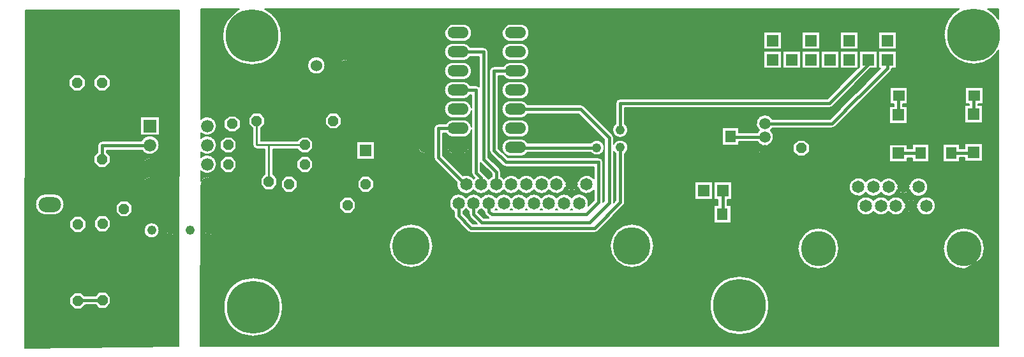
<source format=gbr>
G04 EasyPC Gerber Version 21.0.3 Build 4286 *
G04 #@! TF.Part,Single*
G04 #@! TF.FileFunction,Copper,L2,Bot *
G04 #@! TF.FilePolarity,Positive *
%FSLAX35Y35*%
%MOIN*%
G04 #@! TA.AperFunction,ComponentPad*
%AMT78*0 Octagon Pad at angle 0*4,1,8,-0.01077,-0.02600,0.01077,-0.02600,0.02600,-0.01077,0.02600,0.01077,0.01077,0.02600,-0.01077,0.02600,-0.02600,0.01077,-0.02600,-0.01077,-0.01077,-0.02600,0*%
%ADD78T78*%
G04 #@! TA.AperFunction,SMDPad*
%ADD76R,0.05500X0.06000*%
G04 #@! TA.AperFunction,WasherPad*
%ADD26R,0.06000X0.06000*%
G04 #@! TA.AperFunction,ComponentPad*
%ADD80R,0.06600X0.06600*%
G04 #@! TD.AperFunction*
%ADD24C,0.00001*%
%ADD17C,0.00500*%
%ADD18C,0.01000*%
%ADD84C,0.01500*%
G04 #@! TA.AperFunction,ComponentPad*
%ADD79C,0.04764*%
G04 #@! TA.AperFunction,ViaPad*
%ADD85C,0.04800*%
G04 #@! TA.AperFunction,ComponentPad*
%ADD77C,0.05945*%
G04 #@! TA.AperFunction,WasherPad*
%ADD28C,0.06000*%
G04 #@! TA.AperFunction,ComponentPad*
%ADD72C,0.06496*%
%ADD81C,0.06600*%
%ADD73C,0.18307*%
%ADD74C,0.19685*%
G04 #@! TA.AperFunction,WasherPad*
%ADD25C,0.27559*%
%ADD27O,0.11000X0.06000*%
%ADD29O,0.11811X0.07874*%
G04 #@! TA.AperFunction,SMDPad*
%ADD75R,0.06000X0.05500*%
X0Y0D02*
D02*
D17*
X12750Y181352D02*
X12258Y4778D01*
X92474Y5663*
X92967Y181352*
X12750*
X27219Y85461D02*
G75*
G02Y74331J-5565D01*
G01*
X23281*
G75*
G02Y85461J5565*
G01*
X27219*
Y99608D02*
G75*
G02X31406Y95421J-4187D01*
G01*
G75*
G02X27219Y91234I-4187*
G01*
X23281*
G75*
G02X19094Y95421J4187*
G01*
G75*
G02X23281Y99608I4187*
G01*
X27219*
X41370Y147608D02*
X43848Y145130D01*
Y141630*
X41370Y139152*
X37870*
X35392Y141630*
Y145130*
X37870Y147608*
X41370*
X54559Y33986D02*
X57037Y31508D01*
Y28007*
X54559Y25530*
X51059*
X49209Y27380*
X43811*
X41666Y25235*
X38165*
X35687Y27712*
Y31213*
X38165Y33691*
X41666*
X43220Y32136*
X49209*
X51059Y33986*
X54559*
X41666Y73691D02*
X44143Y71213D01*
Y67712*
X41666Y65235*
X38165*
X35687Y67712*
Y71213*
X38165Y73691*
X41666*
X40800Y106230D02*
X42470Y104559D01*
Y102200*
X40800Y100530*
X38441*
X36770Y102200*
Y104559*
X38441Y106230*
X40800*
X73058Y112963D02*
G75*
G02X82461Y110900I4475J-2063D01*
G01*
G75*
G02X73406Y108207I-4928*
G01*
X54990*
Y106980*
X56840Y105130*
Y101630*
X54363Y99152*
X50862*
X48384Y101630*
Y105130*
X50234Y106980*
Y110585*
G75*
G02X52612Y112963I2378*
G01*
X73058*
X73983Y90900D02*
G75*
G02X81083I3550D01*
G01*
G75*
G02X73983I-3550*
G01*
X74449Y66313D02*
G75*
G02X82469I4010D01*
G01*
G75*
G02X74449I-4010*
G01*
X73983Y100900D02*
G75*
G02X81083I3550D01*
G01*
G75*
G02X73983I-3550*
G01*
X65780Y81781D02*
X68257Y79304D01*
Y75803*
X65780Y73325*
X62279*
X59802Y75803*
Y79304*
X62279Y81781*
X65780*
X65209Y100403D02*
X66880Y98733D01*
Y96374*
X65209Y94703*
X62850*
X61180Y96374*
Y98733*
X62850Y100403*
X65209*
X54559Y73986D02*
X57037Y71508D01*
Y68007*
X54559Y65530*
X51059*
X48581Y68007*
Y71508*
X51059Y73986*
X54559*
X54363Y147608D02*
X56840Y145130D01*
Y141630*
X54363Y139152*
X50862*
X48384Y141630*
Y145130*
X50862Y147608*
X54363*
X72604Y125829D02*
X82463D01*
Y115970*
X72604*
Y125829*
X88459Y68945D02*
G75*
G02Y63681J-2632D01*
G01*
G75*
G02X85827Y66313J2632*
G01*
G75*
G02X88459Y68945I2632*
G01*
X92541Y29610D02*
G36*
X57037D01*
Y28007*
X54559Y25530*
X51059*
X49209Y27380*
X43811*
X41666Y25235*
X38165*
X35687Y27712*
Y29610*
X12508*
Y5028*
X34897*
X92474Y5663*
X92541Y29610*
G37*
X92644Y66313D02*
G36*
X91091D01*
G75*
G02X88459Y63681I-2632*
G01*
G75*
G02X85827Y66313J2632*
G01*
X82469*
G75*
G02X74449I-4010*
G01*
X55343*
X54559Y65530*
X51059*
X50276Y66313*
X42744*
X41666Y65235*
X38165*
X37087Y66313*
X12508*
Y29610*
X35687*
Y31213*
X38165Y33691*
X41666*
X43220Y32136*
X49209*
X51059Y33986*
X54559*
X57037Y31508*
Y29610*
X92541*
X92644Y66313*
G37*
X35687Y69463D02*
G36*
X12508D01*
Y66313*
X37087*
X35687Y67712*
Y69463*
G37*
X48581D02*
G36*
X44143D01*
Y67712*
X42744Y66313*
X50276*
X48581Y68007*
Y69463*
G37*
X74449Y66313D02*
G36*
G75*
G02X75977Y69463I4010J0D01*
G01*
X57037*
Y68007*
X55343Y66313*
X74449*
G37*
X92653Y69463D02*
G36*
X80941D01*
G75*
G02X82469Y66313I-2482J-3149*
G01*
X85827*
G75*
G02X88459Y68945I2632*
G01*
G75*
G02X91091Y66313J-2632*
G01*
X92644*
X92653Y69463*
G37*
X92682Y79896D02*
G36*
X67665D01*
X68257Y79304*
Y75803*
X65780Y73325*
X62279*
X59802Y75803*
Y79304*
X60394Y79896*
X32783*
G75*
G02X27219Y74331I-5565*
G01*
X23281*
G75*
G02X17717Y79896J5565*
G01*
X12508*
Y69463*
X35687*
Y71213*
X38165Y73691*
X41666*
X44143Y71213*
Y69463*
X48581*
Y71508*
X51059Y73986*
X54559*
X57037Y71508*
Y69463*
X75977*
G75*
G02X80941I2482J-3150*
G01*
X92653*
X92682Y79896*
G37*
X92713Y90900D02*
G36*
X81083D01*
G75*
G02X73983I-3550*
G01*
X12508*
Y79896*
X17717*
G75*
G02X23281Y85461I5565*
G01*
X27219*
G75*
G02X32783Y79896J-5565*
G01*
X60394*
X62279Y81781*
X65780*
X67665Y79896*
X92682*
X92713Y90900*
G37*
X92717Y92102D02*
G36*
Y95421D01*
X65927*
X65209Y94703*
X62850*
X62132Y95421*
X31406*
G75*
G02X27219Y91234I-4187*
G01*
X23281*
G75*
G02X19094Y95421J4187*
G01*
X12511*
X12508Y94478*
Y90900*
X73983*
G75*
G02X81083I3550*
G01*
X92713*
X92717Y92102*
G37*
X56840Y103380D02*
G36*
Y101630D01*
X54363Y99152*
X50862*
X48384Y101630*
Y103380*
X42470*
Y102200*
X40800Y100530*
X38441*
X36770Y102200*
Y103380*
X12533*
X12511Y95421*
X19094*
G75*
G02X23281Y99608I4187*
G01*
X27219*
G75*
G02X31406Y95421J-4187*
G01*
X62132*
X61180Y96374*
Y98733*
X62850Y100403*
X65209*
X66880Y98733*
Y96374*
X65927Y95421*
X92717*
Y103380*
X80073*
G75*
G02X81083Y100900I-2540J-2480*
G01*
G75*
G02X73983I-3550*
G01*
G75*
G02X74994Y103380I3550*
G01*
X56840*
G37*
X82463Y120900D02*
G36*
Y115970D01*
X72604*
Y120900*
X12581*
X12533Y103380*
X36770*
Y104559*
X38441Y106230*
X40800*
X42470Y104559*
Y103380*
X48384*
Y105130*
X50234Y106980*
Y110585*
G75*
G02X52612Y112963I2378*
G01*
X73058*
G75*
G02X82461Y110900I4475J-2063*
G01*
G75*
G02X73406Y108207I-4928*
G01*
X54990*
Y106980*
X56840Y105130*
Y103380*
X74994*
G75*
G02X80073I2540J-2480*
G01*
X92717*
Y120900*
X82463*
G37*
X56840Y143380D02*
G36*
Y141630D01*
X54363Y139152*
X50862*
X48384Y141630*
Y143380*
X43848*
Y141630*
X41370Y139152*
X37870*
X35392Y141630*
Y143380*
X12644*
X12581Y120900*
X72604*
Y125829*
X82463*
Y120900*
X92717*
Y143380*
X56840*
G37*
X12749Y181102D02*
G36*
X12644Y143380D01*
X35392*
Y145130*
X37870Y147608*
X41370*
X43848Y145130*
Y143380*
X48384*
Y145130*
X50862Y147608*
X54363*
X56840Y145130*
Y143380*
X92717*
Y181102*
X12749*
G37*
X230679Y117222D02*
Y105369D01*
X241143Y94906*
G75*
G02X246707Y93186I1627J-4596*
G01*
G75*
G02X247287Y93846I3937J-2878*
G01*
X246305Y94828*
G75*
G02X245608Y96510I1681J1681*
G01*
G75*
G02Y96511I740J0*
G01*
G75*
G02Y96513I854J2*
G01*
Y118761*
G75*
G02X241057Y114972I-4551J839*
G01*
X236057*
G75*
G02X232087Y117222J4628*
G01*
X230679*
X241057Y112850D02*
G75*
G02X244307Y109600J-3250D01*
G01*
G75*
G02X241057Y106350I-3250*
G01*
X236057*
G75*
G02X232807Y109600J3250*
G01*
G75*
G02X236057Y112850I3250*
G01*
X241057*
X245608Y109600D02*
G36*
X244307D01*
G75*
G02X241057Y106350I-3250*
G01*
X236057*
G75*
G02X232807Y109600J3250*
G01*
X230929*
Y105119*
X241143Y94906*
G75*
G02X246511Y93436I1628J-4596*
G01*
X246902*
G75*
G02X247037Y93591I3750J-3137*
G01*
Y94096*
X246305Y94828*
G75*
G02X245608Y96510I1683J1682*
G01*
Y96511*
Y96513*
Y109600*
G37*
Y118511D02*
G36*
X245555D01*
G75*
G02X241057Y114972I-4498J1089*
G01*
X236057*
G75*
G02X232087Y117222J4628*
G01*
X230929*
Y109600*
X232807*
G75*
G02X236057Y112850I3250*
G01*
X241057*
G75*
G02X244307Y109600J-3250*
G01*
X245608*
Y118511*
G37*
X241211Y76210D02*
Y74956D01*
X246412Y69754*
X248446*
X245028Y73172*
G75*
G02X244329Y74856I1679J1684*
G01*
Y76210*
G75*
G02X242770Y77590I2378J4257*
G01*
G75*
G02X241211Y76210I-3937J2877*
G01*
G36*
Y74956*
X246412Y69754*
X248446*
X245028Y73172*
G75*
G02X244329Y74856I1679J1684*
G01*
Y76210*
G75*
G02X242770Y77590I2378J4257*
G01*
G75*
G02X241211Y76210I-3937J2877*
G01*
G37*
X249085D02*
Y75841D01*
X252022Y72904*
X254552*
G75*
G02X254474Y72978I1603J1757*
G01*
X252899Y74553*
G75*
G02X252203Y76210I1682J1682*
G01*
G75*
G02X250644Y77590I2377J4257*
G01*
G75*
G02X249085Y76210I-3937J2877*
G01*
G36*
Y75841*
X252022Y72904*
X254552*
G75*
G02X254474Y72978I1603J1757*
G01*
X252899Y74553*
G75*
G02X252203Y76210I1682J1682*
G01*
G75*
G02X250644Y77590I2377J4257*
G01*
G75*
G02X249085Y76210I-3937J2877*
G01*
G37*
X250364Y101694D02*
Y97495D01*
X252325Y95534*
G75*
G02X252888Y94638I-1681J-1681*
G01*
G75*
G02X254581Y93186I-2244J-4329*
G01*
G75*
G02X256140Y94566I3937J-2877*
G01*
Y95919*
X250364Y101694*
G36*
Y97495*
X252325Y95534*
G75*
G02X252888Y94638I-1681J-1681*
G01*
G75*
G02X254581Y93186I-2244J-4329*
G01*
G75*
G02X256140Y94566I3937J-2877*
G01*
Y95919*
X250364Y101694*
G37*
X258518Y77590D02*
G75*
G02X258047Y77037I-3936J2876D01*
G01*
X258988*
G75*
G02X258518Y77590I3466J3429*
G01*
G36*
G75*
G02X258047Y77037I-3936J2876*
G01*
X258988*
G75*
G02X258518Y77590I3466J3429*
G01*
G37*
X266392D02*
G75*
G02X265921Y77037I-3936J2876D01*
G01*
X266862*
G75*
G02X266392Y77590I3466J3429*
G01*
G36*
G75*
G02X265921Y77037I-3936J2876*
G01*
X266862*
G75*
G02X266392Y77590I3466J3429*
G01*
G37*
X274266D02*
G75*
G02X273795Y77037I-3936J2876D01*
G01*
X274736*
G75*
G02X274266Y77590I3466J3429*
G01*
G36*
G75*
G02X273795Y77037I-3936J2876*
G01*
X274736*
G75*
G02X274266Y77590I3466J3429*
G01*
G37*
X282140D02*
G75*
G02X281669Y77037I-3936J2876D01*
G01*
X282610*
G75*
G02X282140Y77590I3466J3429*
G01*
G36*
G75*
G02X281669Y77037I-3936J2876*
G01*
X282610*
G75*
G02X282140Y77590I3466J3429*
G01*
G37*
X290014D02*
G75*
G02X289543Y77037I-3936J2876D01*
G01*
X290484*
G75*
G02X290014Y77590I3466J3429*
G01*
G36*
G75*
G02X289543Y77037I-3936J2876*
G01*
X290484*
G75*
G02X290014Y77590I3466J3429*
G01*
G37*
X297888D02*
G75*
G02X297417Y77037I-3936J2876D01*
G01*
X298358*
G75*
G02X297888Y77590I3466J3429*
G01*
G36*
G75*
G02X297417Y77037I-3936J2876*
G01*
X298358*
G75*
G02X297888Y77590I3466J3429*
G01*
G37*
X319852Y80860D02*
G75*
G02X319852Y80793I-2384J-6D01*
G01*
X321002Y81944*
Y106349*
G75*
G02X319852Y107656I2378J3251*
G01*
Y80860*
G36*
G75*
G02X319852Y80793I-2384J-6*
G01*
X321002Y81944*
Y106349*
G75*
G02X319852Y107656I2378J3251*
G01*
Y80860*
G37*
X520919Y160431D02*
G75*
G02X492421Y168557I-13091J8126D01*
G01*
G75*
G02X500374Y182041I15407*
G01*
X137652*
G75*
G02X146366Y168163I-6693J-13878*
G01*
G75*
G02X115551I-15407*
G01*
G75*
G02X124266Y182041I15407*
G01*
X104285*
X104189Y124519*
G75*
G02X112461Y120900I3344J-3619*
G01*
G75*
G02X104177Y117291I-4928*
G01*
X104172Y114503*
G75*
G02X112461Y110900I3361J-3604*
G01*
G75*
G02X104160Y107307I-4928*
G01*
X104156Y104488*
G75*
G02X112461Y100900I3378J-3588*
G01*
G75*
G02X104143Y97323I-4928*
G01*
X104134Y91924*
G75*
G02X111083Y90900I3399J-1024*
G01*
G75*
G02X104131Y89887I-3550*
G01*
X103990Y5860*
X520919*
Y160431*
X493215Y119024D02*
X499215D01*
Y112524*
X493215*
Y119024*
X495945Y139766D02*
X502445D01*
Y133766*
X495945*
Y139766*
X503567Y141144D02*
X512823D01*
Y132388*
X510404*
Y131610*
X512654*
Y122354*
X503398*
Y131610*
X505648*
Y132388*
X503567*
Y141144*
X504776Y120232D02*
X511276D01*
Y113732*
X504776*
Y120232*
X159894Y152514D02*
G75*
G02X169150I4628D01*
G01*
G75*
G02X159894I-4628*
G01*
X175150Y127706D02*
X177628Y125229D01*
Y121728*
X175150Y119250*
X171649*
X169172Y121728*
Y125229*
X171649Y127706*
X175150*
X182611Y83671D02*
X185088Y81193D01*
Y77693*
X182611Y75215*
X179110*
X176632Y77693*
Y81193*
X179110Y83671*
X182611*
X182040Y62293D02*
X183710Y60622D01*
Y58263*
X182040Y56593*
X179681*
X178010Y58263*
Y60622*
X179681Y62293*
X182040*
X179522Y155764D02*
G75*
G02X182772Y152514J-3250D01*
G01*
G75*
G02X179522Y149264I-3250*
G01*
G75*
G02X176272Y152514J3250*
G01*
G75*
G02X179522Y155764I3250*
G01*
X185701Y112732D02*
X194957D01*
Y103476*
X185701*
Y112732*
X192079Y94635D02*
X194557Y92158D01*
Y88657*
X192079Y86180*
X188578*
X186101Y88657*
Y92158*
X188578Y94635*
X192079*
X187079Y121354D02*
X193579D01*
Y114854*
X187079*
Y121354*
X214030Y69693D02*
G75*
G02X225500Y58222J-11470D01*
G01*
G75*
G02X214030Y46752I-11470*
G01*
G75*
G02X202559Y58222J11470*
G01*
G75*
G02X214030Y69693I11470*
G01*
X217866Y109600D02*
G75*
G02X224366I3250D01*
G01*
G75*
G02X217866I-3250*
G01*
X319852Y111545D02*
G75*
G02X327408Y109600I3528J-1944D01*
G01*
G75*
G02X325758Y106349I-4028*
G01*
Y80959*
G75*
G02X325059Y79275I-2378J0*
G01*
X311481Y65697*
G75*
G02X309797Y64998I-1684J1679*
G01*
X245427*
G75*
G02X243743Y65697I0J2378*
G01*
X237154Y72287*
G75*
G02X236455Y73970I1679J1684*
G01*
Y76210*
G75*
G02X238833Y85343I2378J4257*
G01*
G75*
G02X242770Y83343J-4876*
G01*
G75*
G02X250644I3937J-2877*
G01*
G75*
G02X258518I3937J-2877*
G01*
G75*
G02X266392I3937J-2877*
G01*
G75*
G02X274266I3937J-2877*
G01*
G75*
G02X282140I3937J-2877*
G01*
G75*
G02X290014I3937J-2877*
G01*
G75*
G02X297888I3937J-2877*
G01*
G75*
G02X306489Y79045I3937J-2877*
G01*
X309585Y82141*
Y87282*
G75*
G02X301092Y88906I-3823J3027*
G01*
G75*
G02X294683I-3204J1403*
G01*
G75*
G02X286077Y87432I-4670J1403*
G01*
G75*
G02X278203I-3937J2877*
G01*
G75*
G02X270329I-3937J2877*
G01*
G75*
G02X262455I-3937J2877*
G01*
G75*
G02X254581I-3937J2877*
G01*
G75*
G02X246707I-3937J2877*
G01*
G75*
G02X238000Y91322I-3937J2877*
G01*
X226620Y102702*
G75*
G02X225923Y104384I1681J1681*
G01*
G75*
G02Y104385I740J0*
G01*
G75*
G02Y104387I854J2*
G01*
Y119600*
G75*
G02X228301Y121978I2378*
G01*
X232087*
G75*
G02X236057Y124228I3970J-2378*
G01*
X241057*
G75*
G02X245608Y120440J-4628*
G01*
Y128761*
G75*
G02X241057Y124972I-4551J839*
G01*
X236057*
G75*
G02X231429Y129600J4628*
G01*
G75*
G02X236057Y134228I4628*
G01*
X241057*
G75*
G02X245608Y130440J-4628*
G01*
Y137222*
X245028*
G75*
G02X241057Y134972I-3970J2378*
G01*
X236057*
G75*
G02X231429Y139600J4628*
G01*
G75*
G02X236057Y144228I4628*
G01*
X241057*
G75*
G02X245028Y141978J-4628*
G01*
X247986*
G75*
G02X249545Y141396J-2378*
G01*
Y157222*
X245028*
G75*
G02X241057Y154972I-3970J2378*
G01*
X236057*
G75*
G02X231429Y159600J4628*
G01*
G75*
G02X236057Y164228I4628*
G01*
X241057*
G75*
G02X245028Y161978J-4628*
G01*
X251923*
G75*
G02X254301Y159600J-2378*
G01*
Y104483*
X260196Y98587*
G75*
G02X260896Y96904I-1679J-1684*
G01*
Y94566*
G75*
G02X262455Y93186I-2378J-4257*
G01*
G75*
G02X270329I3937J-2877*
G01*
G75*
G02X278203I3937J-2877*
G01*
G75*
G02X286077I3937J-2877*
G01*
G75*
G02X294683Y91712I3937J-2877*
G01*
G75*
G02X301092I3204J-1403*
G01*
G75*
G02X309585Y93336I4670J-1403*
G01*
Y99545*
X263541*
G75*
G02X261856Y100242I-4J2378*
G01*
X255655Y106443*
G75*
G02X254959Y108124I1681J1681*
G01*
G75*
G02Y108125I740J0*
G01*
G75*
G02Y108128I854J2*
G01*
Y149600*
G75*
G02X257337Y151978I2378*
G01*
X262087*
G75*
G02X266057Y154228I3970J-2378*
G01*
X271057*
G75*
G02X275685Y149600J-4628*
G01*
G75*
G02X271057Y144972I-4628*
G01*
X266057*
G75*
G02X262087Y147222J4628*
G01*
X259715*
Y109109*
X264522Y104301*
X311963*
G75*
G02X314341Y101923J-2378*
G01*
Y81159*
G75*
G02Y81156I-854J-1*
G01*
G75*
G02X314340Y81088I-2384J-7*
G01*
X315096Y81845*
Y109244*
G75*
G02X307870Y107065I-4020J258*
G01*
X274929*
G75*
G02X271057Y104972I-3872J2535*
G01*
X266057*
G75*
G02X261429Y109600J4628*
G01*
G75*
G02X266057Y114228I4628*
G01*
X271057*
G75*
G02X274929Y112136J-4628*
G01*
X308029*
G75*
G02X315096Y109760I3048J-2634*
G01*
Y113832*
X301706Y127222*
X275028*
G75*
G02X271057Y124972I-3970J2378*
G01*
X266057*
G75*
G02X261429Y129600J4628*
G01*
G75*
G02X266057Y134228I4628*
G01*
X271057*
G75*
G02X275028Y131978J-4628*
G01*
X302691*
G75*
G02X304375Y131279I0J-2378*
G01*
X319153Y116501*
G75*
G02X319852Y114817I-1679J-1684*
G01*
Y111545*
X271057Y124228D02*
G75*
G02Y114972J-4628D01*
G01*
X266057*
G75*
G02X261429Y119600J4628*
G01*
G75*
G02X266057Y124228I4628*
G01*
X271057*
Y144228D02*
G75*
G02Y134972J-4628D01*
G01*
X266057*
G75*
G02X261429Y139600J4628*
G01*
G75*
G02X266057Y144228I4628*
G01*
X271057*
X329384Y69693D02*
G75*
G02X340854Y58222J-11470D01*
G01*
G75*
G02X329384Y46752I-11470*
G01*
G75*
G02X317913Y58222J11470*
G01*
G75*
G02X329384Y69693I11470*
G01*
X241057Y154228D02*
G75*
G02X245685Y149600J-4628D01*
G01*
G75*
G02X241057Y144972I-4628*
G01*
X236057*
G75*
G02X231429Y149600J4628*
G01*
G75*
G02X236057Y154228I4628*
G01*
X241057*
Y174228D02*
G75*
G02Y164972J-4628D01*
G01*
X236057*
G75*
G02X231429Y169600J4628*
G01*
G75*
G02X236057Y174228I4628*
G01*
X241057*
X271057Y164228D02*
G75*
G02X275685Y159600J-4628D01*
G01*
G75*
G02X271057Y154972I-4628*
G01*
X266057*
G75*
G02X261429Y159600J4628*
G01*
G75*
G02X266057Y164228I4628*
G01*
X271057*
Y174228D02*
G75*
G02Y164972J-4628D01*
G01*
X266057*
G75*
G02X261429Y169600J4628*
G01*
G75*
G02X266057Y174228I4628*
G01*
X271057*
X448260Y160173D02*
X457516D01*
Y150917*
X454083*
X434215Y131049*
G75*
G02X432530Y130352I-1681J1681*
G01*
X325659*
Y122104*
G75*
G02X327309Y118852I-2378J-3251*
G01*
G75*
G02X319254I-4028*
G01*
G75*
G02X320904Y122104I4028*
G01*
Y132730*
G75*
G02X323281Y135108I2378*
G01*
X431548*
X447357Y150917*
X438260*
Y160173*
X447516*
Y151076*
X448260Y151820*
Y160173*
X362236Y91689D02*
X371492D01*
Y82433*
X362236*
Y91689*
X370177Y27022D02*
G75*
G02X400992I15407D01*
G01*
G75*
G02X370177I-15407*
G01*
X372236Y91689D02*
X381492D01*
Y82433*
X379262*
Y79457*
X381104*
Y70201*
X372348*
Y79457*
X374191*
Y82433*
X372236*
Y91689*
X373726Y69079D02*
X379726D01*
Y62579*
X373726*
Y69079*
X458260Y160173D02*
X467516D01*
Y150917*
X465260*
G75*
G02X464567Y149393I-2372J159*
G01*
X449473Y134300*
G75*
G02X448806Y133828I-1685J1679*
G01*
X435494Y120517*
G75*
G02X433809Y119821I-1681J1681*
G01*
X402810*
G75*
G02X401806Y118656I-3939J2379*
G01*
G75*
G02X400497Y110808I-2934J-3543*
G01*
G75*
G02X398872Y104803I-1625J-2783*
G01*
G75*
G02X397247Y110808J3222*
G01*
G75*
G02X394934Y112734I1625J4304*
G01*
X385238*
Y110850*
X376482*
Y120106*
X385238*
Y117490*
X394934*
G75*
G02X395938Y118656I3939J-2379*
G01*
G75*
G02X398872Y126799I2934J3543*
G01*
G75*
G02X402810Y124577J-4600*
G01*
X432828*
X445911Y137660*
G75*
G02X446576Y138128I1682J-1682*
G01*
X459365Y150917*
X458260*
Y160173*
X475892Y111303D02*
X484648D01*
Y102047*
X475892*
Y104140*
X473185*
Y101961*
X463929*
Y111217*
X473185*
Y109211*
X475892*
Y111303*
X464154Y141144D02*
X473409D01*
Y132388*
X470935*
Y131217*
X473185*
Y121961*
X463929*
Y131217*
X466179*
Y132388*
X464154*
Y141144*
X465307Y119839D02*
X471807D01*
Y113339*
X465307*
Y119839*
X474517Y90334D02*
G75*
G02X484063Y88931I4670J-1403D01*
G01*
G75*
G02X474517Y87528I-4876*
G01*
G75*
G02X468109I-3204J1403*
G01*
G75*
G02X459502Y86054I-4670J1403*
G01*
G75*
G02X451628I-3937J2877*
G01*
G75*
G02X442815Y88931I-3937J2877*
G01*
G75*
G02X451628Y91808I4876*
G01*
G75*
G02X459502I3937J-2877*
G01*
G75*
G02X468109Y90334I3937J-2877*
G01*
G75*
G02X474517I3204J-1403*
G01*
X478454Y80492D02*
G75*
G02X488000Y79089I4670J-1403D01*
G01*
G75*
G02X478454Y77685I-4876*
G01*
G75*
G02X472046I-3204J1403*
G01*
G75*
G02X463439Y76212I-4670J1403*
G01*
G75*
G02X455565I-3937J2877*
G01*
G75*
G02X446752Y79089I-3937J2877*
G01*
G75*
G02X455565Y81965I4876*
G01*
G75*
G02X463439I3937J-2877*
G01*
G75*
G02X472046Y80492I3937J-2877*
G01*
G75*
G02X478454I3204J-1403*
G01*
X419717Y113494D02*
X422194Y111016D01*
Y107515*
X419717Y105038*
X416216*
X413739Y107515*
Y111016*
X416216Y113494*
X419717*
X419146Y92116D02*
X420817Y90445D01*
Y88086*
X419146Y86416*
X416787*
X415117Y88086*
Y90445*
X416787Y92116*
X419146*
X426825Y67626D02*
G75*
G02X437606Y56844J-10781D01*
G01*
G75*
G02X426825Y46063I-10781*
G01*
G75*
G02X416043Y56844J10781*
G01*
G75*
G02X426825Y67626I10781*
G01*
X377860Y109728D02*
X383860D01*
Y103228*
X377860*
Y109728*
X398260Y160173D02*
X407516D01*
Y150917*
X398260*
Y160173*
Y170173D02*
X407516D01*
Y160917*
X398260*
Y170173*
X408260Y160173D02*
X417516D01*
Y150917*
X408260*
Y160173*
X409638Y168795D02*
X416138D01*
Y162295*
X409638*
Y168795*
X418260Y160173D02*
X427516D01*
Y150917*
X418260*
Y160173*
Y170173D02*
X427516D01*
Y160917*
X418260*
Y170173*
X428260Y160173D02*
X437516D01*
Y150917*
X428260*
Y160173*
X429638Y168795D02*
X436138D01*
Y162295*
X429638*
Y168795*
X438260Y170173D02*
X447516D01*
Y160917*
X438260*
Y170173*
X449638Y168795D02*
X456138D01*
Y162295*
X449638*
Y168795*
X458260Y170173D02*
X467516D01*
Y160917*
X458260*
Y170173*
X474531Y139766D02*
X481031D01*
Y133766*
X474531*
Y139766*
X477270Y118925D02*
X483270D01*
Y112425*
X477270*
Y118925*
X476724Y174069D02*
G75*
G02X483224I3250D01*
G01*
G75*
G02X476724I-3250*
G01*
X503398Y111610D02*
X512654D01*
Y102354*
X503398*
Y104396*
X500593*
Y102146*
X491837*
Y111402*
X500593*
Y109152*
X503398*
Y111610*
X502809Y67626D02*
G75*
G02X513591Y56844J-10781D01*
G01*
G75*
G02X502809Y46063I-10781*
G01*
G75*
G02X492028Y56844J10781*
G01*
G75*
G02X502809Y67626I10781*
G01*
X122374Y126171D02*
X124852Y123693D01*
Y120193*
X122374Y117715*
X118874*
X116396Y120193*
Y123693*
X118874Y126171*
X122374*
X121804Y144793D02*
X123474Y143122D01*
Y140763*
X121804Y139093*
X119444*
X117774Y140763*
Y143122*
X119444Y144793*
X121804*
X160288Y115206D02*
X162765Y112729D01*
Y109228*
X160288Y106750*
X156787*
X154687Y108850*
X141846*
Y95656*
X143946Y93556*
Y90055*
X141469Y87577*
X137968*
X135491Y90055*
Y93556*
X137591Y95656*
Y108850*
X133400*
G75*
G02X131272Y110978J2128*
G01*
Y119628*
X129172Y121728*
Y125229*
X131649Y127706*
X135150*
X137628Y125229*
Y121728*
X135528Y119628*
Y113106*
X154687*
X156787Y115206*
X160288*
X152079Y94635D02*
X154557Y92158D01*
Y88657*
X152079Y86180*
X148578*
X146101Y88657*
Y92158*
X148578Y94635*
X152079*
X160288Y104970D02*
X162765Y102493D01*
Y98992*
X160288Y96514*
X156787*
X154309Y98992*
Y102493*
X156787Y104970*
X160288*
X140898Y54655D02*
X142569Y52985D01*
Y50626*
X140898Y48955*
X138539*
X136869Y50626*
Y52985*
X138539Y54655*
X140898*
X120288Y104970D02*
X122765Y102493D01*
Y98992*
X120288Y96514*
X116787*
X114309Y98992*
Y102493*
X116787Y104970*
X120288*
X116142Y26234D02*
G75*
G02X146957I15407D01*
G01*
G75*
G02X116142I-15407*
G01*
X120288Y115206D02*
X122765Y112729D01*
Y109228*
X120288Y106750*
X116787*
X114309Y109228*
Y112729*
X116787Y115206*
X120288*
X108459Y68945D02*
G75*
G02Y63681J-2632D01*
G01*
G75*
G02X105827Y66313J2632*
G01*
G75*
G02X108459Y68945I2632*
G01*
X104240Y27022D02*
G36*
Y6110D01*
X520669*
Y27022*
X400992*
G75*
G02X370177I-15407*
G01*
X146937*
G75*
G02X146957Y26234I-15389J-786*
G01*
G75*
G02X116142I-15407*
G01*
G75*
G02X116162Y27022I15409J1*
G01*
X104240*
G37*
X512340Y51805D02*
G36*
G75*
G02X502809Y46063I-9531J5039D01*
G01*
G75*
G02X493278Y51805I0J10781*
G01*
X436356*
G75*
G02X426825Y46063I-9531J5039*
G01*
G75*
G02X417294Y51805I0J10781*
G01*
X338891*
G75*
G02X329384Y46752I-9507J6417*
G01*
G75*
G02X319876Y51805I0J11470*
G01*
X223537*
G75*
G02X214030Y46752I-9507J6417*
G01*
G75*
G02X204522Y51805I0J11470*
G01*
X142569*
Y50626*
X140898Y48955*
X138539*
X136869Y50626*
Y51805*
X104240*
Y27022*
X116162*
G75*
G02X146937I15387J-787*
G01*
X370177*
G75*
G02X400992I15407*
G01*
X520669*
Y51805*
X512340*
G37*
X202624Y59443D02*
G36*
X183710D01*
Y58263*
X182040Y56593*
X179681*
X178010Y58263*
Y59443*
X104240*
Y51805*
X136869*
Y52985*
X138539Y54655*
X140898*
X142569Y52985*
Y51805*
X204522*
G75*
G02X202559Y58222I9507J6417*
G01*
G75*
G02Y58223I22557J1*
G01*
G75*
G02X202624Y59443I11469J1*
G01*
G37*
X317978D02*
G36*
X225435D01*
G75*
G02X225500Y58223I-11404J-1219*
G01*
G75*
G02Y58222I-22557J0*
G01*
G75*
G02X223537Y51805I-11470J0*
G01*
X319876*
G75*
G02X317913Y58222I9507J6417*
G01*
G75*
G02Y58223I22557J1*
G01*
G75*
G02X317978Y59443I11469J1*
G01*
G37*
X416361D02*
G36*
X340789D01*
G75*
G02X340854Y58223I-11404J-1219*
G01*
G75*
G02Y58222I-22557J0*
G01*
G75*
G02X338891Y51805I-11470J0*
G01*
X417294*
G75*
G02X416043Y56844I9531J5040*
G01*
G75*
G02X416361Y59443I10782J0*
G01*
G37*
X492345D02*
G36*
X437289D01*
G75*
G02X437606Y56844I-10465J-2598*
G01*
G75*
G02X436356Y51805I-10782J0*
G01*
X493278*
G75*
G02X492028Y56844I9531J5040*
G01*
G75*
G02X492345Y59443I10782J0*
G01*
G37*
X513273D02*
G36*
G75*
G02X513591Y56844I-10465J-2598D01*
G01*
G75*
G02X512340Y51805I-10782J0*
G01*
X520669*
Y59443*
X513273*
G37*
X202624D02*
G36*
G75*
G02X205443Y65829I11405J-1220D01*
G01*
X111046*
G75*
G02X108459Y63681I-2587J484*
G01*
G75*
G02X105872Y65829J2632*
G01*
X104240*
Y59443*
X178010*
Y60622*
X179681Y62293*
X182040*
X183710Y60622*
Y59443*
X202624*
G37*
X317978D02*
G36*
G75*
G02X320798Y65829I11405J-1220D01*
G01*
X311613*
X311481Y65697*
G75*
G02X309797Y64998I-1684J1679*
G01*
X245427*
G75*
G02X243743Y65697I1J2380*
G01*
X243612Y65829*
X222616*
G75*
G02X225435Y59443I-8586J-7606*
G01*
X317978*
G37*
X416361D02*
G36*
G75*
G02X420865Y65829I10464J-2598D01*
G01*
X379726*
Y62579*
X373726*
Y65829*
X337970*
G75*
G02X340789Y59443I-8586J-7606*
G01*
X416361*
G37*
X492345D02*
G36*
G75*
G02X496849Y65829I10464J-2598D01*
G01*
X432785*
G75*
G02X437289Y59443I-5960J-8984*
G01*
X492345*
G37*
X513273D02*
G36*
X520669D01*
Y65829*
X508769*
G75*
G02X513273Y59443I-5960J-8984*
G01*
G37*
X243612Y65829D02*
G36*
X237154Y72287D01*
G75*
G02X236455Y73970I1679J1684*
G01*
Y76210*
G75*
G02X234065Y79443I2378J4257*
G01*
X185088*
Y77693*
X182611Y75215*
X179110*
X176632Y77693*
Y79443*
X104240*
Y65829*
X105872*
G75*
G02X105827Y66313I2587J484*
G01*
G75*
G02X108459Y68945I2632*
G01*
G75*
G02X111091Y66313J-2632*
G01*
G75*
G02X111046Y65829I-2632J0*
G01*
X205443*
G75*
G02X214030Y69693I8585J-7606*
G01*
G75*
G02X222616Y65829I1J-11470*
G01*
X243612*
G37*
X306887Y79443D02*
G36*
X306592D01*
G75*
G02X306489Y79045I-4769J1023*
G01*
X306887Y79443*
G37*
X381104D02*
G36*
Y70201D01*
X372348*
Y79443*
X325212*
G75*
G02X325059Y79275I-1834J1517*
G01*
X311613Y65829*
X320798*
G75*
G02X329384Y69693I8585J-7606*
G01*
G75*
G02X337970Y65829I1J-11470*
G01*
X373726*
Y69079*
X379726*
Y65829*
X420865*
G75*
G02X426825Y67626I5960J-8985*
G01*
G75*
G02X432785Y65829J-10782*
G01*
X496849*
G75*
G02X502809Y67626I5960J-8985*
G01*
G75*
G02X508769Y65829J-10782*
G01*
X520669*
Y79443*
X487987*
G75*
G02X488000Y79089I-4863J-356*
G01*
G75*
G02X478454Y77685I-4876*
G01*
G75*
G02X472046I-3204J1403*
G01*
G75*
G02X463439Y76212I-4670J1404*
G01*
G75*
G02X455565I-3937J2877*
G01*
G75*
G02X446752Y79089I-3937J2877*
G01*
G75*
G02X446765Y79443I4879J-2*
G01*
X381104*
G37*
X306887D02*
G36*
X309585Y82141D01*
Y87282*
G75*
G02X301092Y88906I-3823J3027*
G01*
G75*
G02X294683I-3204J1403*
G01*
G75*
G02X286077Y87432I-4670J1404*
G01*
G75*
G02X278203I-3937J2877*
G01*
G75*
G02X270329I-3937J2877*
G01*
G75*
G02X262455I-3937J2877*
G01*
G75*
G02X254581I-3937J2877*
G01*
G75*
G02X246707I-3937J2877*
G01*
G75*
G02X237894Y90310I-3937J2878*
G01*
G75*
G02X237895Y90407I4869J-10*
G01*
X194557*
Y88657*
X192079Y86180*
X188578*
X186101Y88657*
Y90407*
X154557*
Y88657*
X152079Y86180*
X148578*
X146101Y88657*
Y90407*
X143946*
Y90055*
X141469Y87577*
X137968*
X135491Y90055*
Y90407*
X111049*
G75*
G02X104240Y89574I-3516J492*
G01*
Y79443*
X176632*
Y81193*
X179110Y83671*
X182611*
X185088Y81193*
Y79443*
X234065*
G75*
G02X233957Y80467I4767J1024*
G01*
G75*
G02X238833Y85343I4876*
G01*
G75*
G02X242770Y83343I0J-4875*
G01*
G75*
G02X250644I3937J-2877*
G01*
G75*
G02X258518I3937J-2877*
G01*
G75*
G02X266392I3937J-2877*
G01*
G75*
G02X274266I3937J-2877*
G01*
G75*
G02X282140I3937J-2877*
G01*
G75*
G02X290014I3937J-2877*
G01*
G75*
G02X297888I3937J-2877*
G01*
G75*
G02X306701Y80466I3937J-2877*
G01*
G75*
G02X306592Y79443I-4876J0*
G01*
X306887*
G37*
X315096Y90407D02*
G36*
X314341D01*
Y81159*
Y81156*
Y81156*
G75*
G02Y81139I-1433J-8*
G01*
G75*
G02X314340Y81088I-1432J-3*
G01*
X315096Y81845*
Y90407*
G37*
X372236D02*
G36*
X371492D01*
Y82433*
X362236*
Y90407*
X325758*
Y80959*
G75*
G02X325212Y79443I-2380J1*
G01*
X372348*
Y79457*
X374191*
Y82433*
X372236*
Y90407*
G37*
X483834D02*
G36*
G75*
G02X484063Y88931I-4647J-1476D01*
G01*
G75*
G02X474517Y87528I-4876*
G01*
G75*
G02X468109I-3204J1403*
G01*
G75*
G02X459502Y86054I-4670J1404*
G01*
G75*
G02X451628I-3937J2877*
G01*
G75*
G02X442815Y88931I-3937J2877*
G01*
G75*
G02X443044Y90407I4876J0*
G01*
X420817*
Y88086*
X419146Y86416*
X416787*
X415117Y88086*
Y90407*
X381492*
Y82433*
X379262*
Y79457*
X381104*
Y79443*
X446765*
G75*
G02X455565Y81965I4863J-354*
G01*
G75*
G02X463439I3937J-2877*
G01*
G75*
G02X472046Y80492I3937J-2877*
G01*
G75*
G02X478454I3204J-1403*
G01*
G75*
G02X487987Y79443I4670J-1403*
G01*
X520669*
Y90407*
X483834*
G37*
X468142D02*
G36*
X468086D01*
G75*
G02X468109Y90334I-4650J-1465*
G01*
G75*
G02X468142Y90407I3205J-1403*
G01*
G37*
X474540D02*
G36*
X474484D01*
G75*
G02X474517Y90334I-3172J-1476*
G01*
G75*
G02X474540Y90407I4673J-1392*
G01*
G37*
X135491D02*
G36*
Y93556D01*
X137591Y95656*
Y100742*
X122765*
Y98992*
X120288Y96514*
X116787*
X114309Y98992*
Y100742*
X112459*
G75*
G02X104240Y97233I-4926J158*
G01*
Y92225*
G75*
G02X111083Y90900I3293J-1326*
G01*
G75*
G02X111049Y90407I-3552*
G01*
X135491*
G37*
X237895D02*
G36*
G75*
G02X238000Y91322I4875J-97D01*
G01*
X228580Y100742*
X162765*
Y98992*
X160288Y96514*
X156787*
X154309Y98992*
Y100742*
X141846*
Y95656*
X143946Y93556*
Y90407*
X146101*
Y92158*
X148578Y94635*
X152079*
X154557Y92158*
Y90407*
X186101*
Y92158*
X188578Y94635*
X192079*
X194557Y92158*
Y90407*
X237895*
G37*
X261356Y100742D02*
G36*
X258042D01*
X260196Y98587*
G75*
G02X260896Y96904I-1679J-1684*
G01*
Y94566*
G75*
G02X262455Y93186I-2382J-4262*
G01*
G75*
G02X270329I3937J-2877*
G01*
G75*
G02X278203I3937J-2877*
G01*
G75*
G02X286077I3937J-2877*
G01*
G75*
G02X294683Y91712I3937J-2877*
G01*
G75*
G02X301092I3204J-1403*
G01*
G75*
G02X309585Y93336I4670J-1403*
G01*
Y99545*
X263541*
G75*
G02X261856Y100242I-4J2378*
G01*
X261356Y100742*
G37*
X315096D02*
G36*
X314341D01*
Y90407*
X315096*
Y100742*
G37*
X381492Y90407D02*
G36*
X415117D01*
Y90445*
X416787Y92116*
X419146*
X420817Y90445*
Y90407*
X443044*
G75*
G02X451628Y91808I4647J-1476*
G01*
G75*
G02X459502I3937J-2877*
G01*
G75*
G02X468086Y90407I3937J-2877*
G01*
X468142*
G75*
G02X474484I3171J-1476*
G01*
X474540*
G75*
G02X483834I4647J-1477*
G01*
X520669*
Y100742*
X325758*
Y90407*
X362236*
Y91689*
X371492*
Y90407*
X372236*
Y91689*
X381492*
Y90407*
G37*
X137591Y108104D02*
G36*
X121642D01*
X120288Y106750*
X116787*
X115433Y108104*
X111592*
G75*
G02X104240Y107234I-4058J2796*
G01*
Y104566*
G75*
G02X112461Y100900I3293J-3666*
G01*
G75*
G02X112459Y100742I-4929J-5*
G01*
X114309*
Y102493*
X116787Y104970*
X120288*
X122765Y102493*
Y100742*
X137591*
Y108104*
G37*
X228580Y100742D02*
G36*
X226620Y102702D01*
G75*
G02X225923Y104384I1683J1682*
G01*
Y104385*
Y104387*
Y108104*
X224001*
G75*
G02X218231I-2885J1496*
G01*
X194957*
Y103476*
X185701*
Y108104*
X161642*
X160288Y106750*
X156787*
X155433Y108104*
X141846*
Y100742*
X154309*
Y102493*
X156787Y104970*
X160288*
X162765Y102493*
Y100742*
X228580*
G37*
X261356D02*
G36*
X255655Y106443D01*
G75*
G02X254959Y108104I1683J1682*
G01*
X254301*
Y104483*
X258042Y100742*
X261356*
G37*
X315096Y108104D02*
G36*
X314854D01*
G75*
G02X307870Y107065I-3778J1398*
G01*
X274929*
G75*
G02X271057Y104972I-3872J2536*
G01*
X266057*
G75*
G02X261678Y108104J4628*
G01*
X260719*
X264522Y104301*
X311963*
G75*
G02X314341Y101923J-2378*
G01*
Y100742*
X315096*
Y108104*
G37*
X512654D02*
G36*
Y102354D01*
X503398*
Y104396*
X500593*
Y102146*
X491837*
Y108104*
X484648*
Y102047*
X475892*
Y104140*
X473185*
Y101961*
X463929*
Y108104*
X422194*
Y107515*
X419717Y105038*
X416216*
X413739Y107515*
Y108104*
X402094*
G75*
G02X402094Y108026I-3217J-72*
G01*
G75*
G02X398872Y104803I-3222*
G01*
G75*
G02X395650Y108026J3222*
G01*
G75*
G02X395650Y108104I3218J7*
G01*
X383860*
Y103228*
X377860*
Y108104*
X327120*
G75*
G02X325758Y106349I-3741J1497*
G01*
Y100742*
X520669*
Y108104*
X512654*
G37*
X137591D02*
G36*
Y108850D01*
X133400*
G75*
G02X131272Y110978J2128*
G01*
Y115774*
X108260*
G75*
G02X112461Y110900I-726J-4874*
G01*
G75*
G02X111592Y108104I-4928J0*
G01*
X115433*
X114309Y109228*
Y112729*
X116787Y115206*
X120288*
X122765Y112729*
Y109228*
X121642Y108104*
X137591*
G37*
X106807Y115774D02*
G36*
X104240D01*
Y114565*
G75*
G02X106807Y115774I3294J-3666*
G01*
G37*
X225923D02*
G36*
X193579D01*
Y114854*
X187079*
Y115774*
X135528*
Y113106*
X154687*
X156787Y115206*
X160288*
X162765Y112729*
Y109228*
X161642Y108104*
X185701*
Y112732*
X194957*
Y108104*
X218231*
G75*
G02X217866Y109600I2885J1496*
G01*
G75*
G02X224366I3250*
G01*
G75*
G02X224001Y108104I-3250J0*
G01*
X225923*
Y115774*
G37*
X155433Y108104D02*
G36*
X154687Y108850D01*
X141846*
Y108104*
X155433*
G37*
X313155Y115774D02*
G36*
X273660D01*
G75*
G02X271057Y114972I-2603J3827*
G01*
X266057*
G75*
G02X263454Y115774J4628*
G01*
X259715*
Y109109*
X260719Y108104*
X261678*
G75*
G02X261429Y109600I4380J1496*
G01*
G75*
G02X266057Y114228I4628*
G01*
X271057*
G75*
G02X274929Y112136I0J-4629*
G01*
X308029*
G75*
G02X315096Y109760I3048J-2634*
G01*
Y113832*
X313155Y115774*
G37*
X254959Y108104D02*
G36*
G75*
G02Y108124I2385J10D01*
G01*
Y108125*
Y108128*
Y115774*
X254301*
Y108104*
X254959*
G37*
X315096D02*
G36*
Y109244D01*
G75*
G02X314854Y108104I-4020J258*
G01*
X315096*
G37*
X376482Y115774D02*
G36*
X325879D01*
G75*
G02X320684I-2597J3079*
G01*
X319651*
G75*
G02X319852Y114817I-2177J-957*
G01*
Y111545*
G75*
G02X327408Y109600I3528J-1944*
G01*
G75*
G02X327120Y108104I-4030J0*
G01*
X377860*
Y109728*
X383860*
Y108104*
X395650*
G75*
G02X397247Y110808I3222J-79*
G01*
G75*
G02X394934Y112734I1627J4306*
G01*
X385238*
Y110850*
X376482*
Y115774*
G37*
X511276D02*
G36*
Y113732D01*
X504776*
Y115774*
X499215*
Y112524*
X493215*
Y115774*
X483270*
Y112425*
X477270*
Y115774*
X471807*
Y113339*
X465307*
Y115774*
X403425*
G75*
G02X403472Y115112I-4552J-660*
G01*
G75*
G02X400497Y110808I-4600*
G01*
G75*
G02X402094Y108104I-1625J-2783*
G01*
X413739*
Y111016*
X416216Y113494*
X419717*
X422194Y111016*
Y108104*
X463929*
Y111217*
X473185*
Y109211*
X475892*
Y111303*
X484648*
Y108104*
X491837*
Y111402*
X500593*
Y109152*
X503398*
Y111610*
X512654*
Y108104*
X520669*
Y115774*
X511276*
G37*
X129172Y123478D02*
G36*
X124852D01*
Y120193*
X122374Y117715*
X118874*
X116396Y120193*
Y123478*
X111733*
G75*
G02X112461Y120900I-4199J-2578*
G01*
Y120900*
G75*
G02X104240Y117233I-4928*
G01*
Y115774*
X106807*
G75*
G02X108260I726J-4874*
G01*
X131272*
Y119628*
X129172Y121728*
Y123478*
G37*
X225923Y115774D02*
G36*
Y119600D01*
G75*
G02X228301Y121978I2378*
G01*
X232087*
G75*
G02X233531Y123478I3970J-2378*
G01*
X177628*
Y121728*
X175150Y119250*
X171649*
X169172Y121728*
Y123478*
X137628*
Y121728*
X135528Y119628*
Y115774*
X187079*
Y121354*
X193579*
Y115774*
X225923*
G37*
X245608Y123478D02*
G36*
X243582D01*
G75*
G02X245608Y120440I-2526J-3879*
G01*
Y123478*
G37*
X313155Y115774D02*
G36*
X305450Y123478D01*
X273583*
G75*
G02X275685Y119600I-2526J-3878*
G01*
G75*
G02X273660Y115774I-4628*
G01*
X313155*
G37*
X254959Y123478D02*
G36*
X254301D01*
Y115774*
X254959*
Y123478*
G37*
X263454Y115774D02*
G36*
G75*
G02X261429Y119600I2603J3827D01*
G01*
G75*
G02X263531Y123478I4628J0*
G01*
X259715*
Y115774*
X263454*
G37*
X320684D02*
G36*
G75*
G02X319254Y118852I2597J3079D01*
G01*
G75*
G02X320904Y122104I4030J-1*
G01*
Y123478*
X312176*
X319153Y116501*
G75*
G02X319651Y115774I-1679J-1684*
G01*
X320684*
G37*
X394453Y123478D02*
G36*
X325659D01*
Y122104*
G75*
G02X327309Y118852I-2380J-3252*
G01*
G75*
G02X325879Y115774I-4028*
G01*
X376482*
Y120106*
X385238*
Y117490*
X394934*
G75*
G02X395938Y118656I3945J-2385*
G01*
G75*
G02X394272Y122199I2934J3543*
G01*
G75*
G02X394453Y123478I4601*
G01*
G37*
X512654D02*
G36*
Y122354D01*
X503398*
Y123478*
X473185*
Y121961*
X463929*
Y123478*
X438456*
X435494Y120517*
G75*
G02X433809Y119821I-1681J1682*
G01*
X402810*
G75*
G02X401806Y118656I-3945J2385*
G01*
G75*
G02X403425Y115774I-2933J-3544*
G01*
X465307*
Y119839*
X471807*
Y115774*
X477270*
Y118925*
X483270*
Y115774*
X493215*
Y119024*
X499215*
Y115774*
X504776*
Y120232*
X511276*
Y115774*
X520669*
Y123478*
X512654*
G37*
X245608Y136766D02*
G36*
X244715D01*
G75*
G02X241057Y134972I-3658J2835*
G01*
X236057*
G75*
G02X232399Y136766J4628*
G01*
X104240*
Y124565*
G75*
G02X111733Y123478I3294J-3666*
G01*
X116396*
Y123693*
X118874Y126171*
X122374*
X124852Y123693*
Y123478*
X129172*
Y125229*
X131649Y127706*
X135150*
X137628Y125229*
Y123478*
X169172*
Y125229*
X171649Y127706*
X175150*
X177628Y125229*
Y123478*
X233531*
G75*
G02X236057Y124228I2526J-3878*
G01*
X241057*
G75*
G02X243582Y123478I-1J-4629*
G01*
X245608*
Y128761*
G75*
G02X241057Y124972I-4551J839*
G01*
X236057*
G75*
G02X231429Y129600J4628*
G01*
G75*
G02X236057Y134228I4628*
G01*
X241057*
G75*
G02X245608Y130440I-1J-4629*
G01*
Y136766*
G37*
X433206D02*
G36*
X274715D01*
G75*
G02X271057Y134972I-3658J2835*
G01*
X266057*
G75*
G02X262399Y136766J4628*
G01*
X259715*
Y123478*
X263531*
G75*
G02X266057Y124228I2526J-3878*
G01*
X271057*
G75*
G02X273583Y123478J-4628*
G01*
X305450*
X301706Y127222*
X275028*
G75*
G02X271057Y124972I-3970J2378*
G01*
X266057*
G75*
G02X261429Y129600J4628*
G01*
G75*
G02X266057Y134228I4628*
G01*
X271057*
G75*
G02X275028Y131978J-4628*
G01*
X302691*
G75*
G02X304375Y131279I-1J-2380*
G01*
X312176Y123478*
X320904*
Y132730*
G75*
G02X323281Y135108I2378*
G01*
X431548*
X433206Y136766*
G37*
X254959D02*
G36*
X254301D01*
Y123478*
X254959*
Y136766*
G37*
X439932D02*
G36*
X434215Y131049D01*
G75*
G02X432530Y130352I-1681J1682*
G01*
X325659*
Y123478*
X394453*
G75*
G02X398872Y126799I4419J-1280*
G01*
G75*
G02X402810Y124577I0J-4601*
G01*
X432828*
X445017Y136766*
X439932*
G37*
X464154D02*
G36*
X451939D01*
X449473Y134300*
G75*
G02X448806Y133828I-1682J1674*
G01*
X438456Y123478*
X463929*
Y131217*
X466179*
Y132388*
X464154*
Y136766*
G37*
X503567D02*
G36*
X502445D01*
Y133766*
X495945*
Y136766*
X481031*
Y133766*
X474531*
Y136766*
X473409*
Y132388*
X470935*
Y131217*
X473185*
Y123478*
X503398*
Y131610*
X505648*
Y132388*
X503567*
Y136766*
G37*
X512823D02*
G36*
Y132388D01*
X510404*
Y131610*
X512654*
Y123478*
X520669*
Y136766*
X512823*
G37*
X232066Y141943D02*
G36*
X123474D01*
Y140763*
X121804Y139093*
X119444*
X117774Y140763*
Y141943*
X104240*
Y136766*
X232399*
G75*
G02X231429Y139600I3658J2835*
G01*
G75*
G02X232066Y141943I4628*
G01*
G37*
X245608Y136766D02*
G36*
Y137222D01*
X245028*
G75*
G02X244715Y136766I-3970J2379*
G01*
X245608*
G37*
X249545Y141943D02*
G36*
X248395D01*
G75*
G02X249545Y141396I-409J-2343*
G01*
Y141943*
G37*
X254959D02*
G36*
X254301D01*
Y136766*
X254959*
Y141943*
G37*
X262066D02*
G36*
X259715D01*
Y136766*
X262399*
G75*
G02X261429Y139600I3658J2835*
G01*
G75*
G02X262066Y141943I4628*
G01*
G37*
X438383D02*
G36*
X275048D01*
G75*
G02X275685Y139600I-3991J-2343*
G01*
G75*
G02X274715Y136766I-4628*
G01*
X433206*
X438383Y141943*
G37*
X450391D02*
G36*
X445109D01*
X439932Y136766*
X445017*
X445911Y137660*
G75*
G02X446576Y138128I1682J-1682*
G01*
X450391Y141943*
G37*
X512823Y136766D02*
G36*
X520669D01*
Y141943*
X457117*
X451939Y136766*
X464154*
Y141144*
X473409*
Y136766*
X474531*
Y139766*
X481031*
Y136766*
X495945*
Y139766*
X502445*
Y136766*
X503567*
Y141144*
X512823*
Y136766*
G37*
X249545Y152514D02*
G36*
X244653D01*
G75*
G02X245685Y149600I-3596J-2914*
G01*
G75*
G02X241057Y144972I-4628*
G01*
X236057*
G75*
G02X231429Y149600J4628*
G01*
G75*
G02X232461Y152514I4628J0*
G01*
X182772*
G75*
G02X179522Y149264I-3250*
G01*
G75*
G02X176272Y152514J3250*
G01*
X169150*
G75*
G02X159894I-4628*
G01*
X104240*
Y141943*
X117774*
Y143122*
X119444Y144793*
X121804*
X123474Y143122*
Y141943*
X232066*
G75*
G02X236057Y144228I3991J-2343*
G01*
X241057*
G75*
G02X245028Y141978J-4628*
G01*
X247986*
G75*
G02X248395Y141943J-2379*
G01*
X249545*
Y152514*
G37*
X262461D02*
G36*
X254301D01*
Y141943*
X254959*
Y149600*
G75*
G02X257337Y151978I2378*
G01*
X262087*
G75*
G02X262461Y152514I3970J-2378*
G01*
G37*
X438260D02*
G36*
X437516D01*
Y150917*
X428260*
Y152514*
X427516*
Y150917*
X418260*
Y152514*
X417516*
Y150917*
X408260*
Y152514*
X407516*
Y150917*
X398260*
Y152514*
X274653*
G75*
G02X275685Y149600I-3596J-2914*
G01*
G75*
G02X271057Y144972I-4628*
G01*
X266057*
G75*
G02X262087Y147222J4628*
G01*
X259715*
Y141943*
X262066*
G75*
G02X266057Y144228I3991J-2343*
G01*
X271057*
G75*
G02X275048Y141943J-4628*
G01*
X438383*
X447357Y150917*
X438260*
Y152514*
G37*
X458260D02*
G36*
X457516D01*
Y150917*
X454083*
X445109Y141943*
X450391*
X459365Y150917*
X458260*
Y152514*
G37*
X448260D02*
G36*
X447516D01*
Y151076*
X448260Y151820*
Y152514*
G37*
X467516D02*
G36*
Y150917D01*
X465260*
G75*
G02X464567Y149393I-2374J160*
G01*
X457117Y141943*
X520669*
Y152514*
X467516*
G37*
X495292Y159600D02*
G36*
X467516D01*
Y152514*
X520669*
Y159600*
X520365*
G75*
G02X495292I-12537J8957*
G01*
G37*
X231429D02*
G36*
X143767D01*
G75*
G02X118150I-12809J8563*
G01*
X104248*
X104240Y155041*
Y152514*
X159894*
G75*
G02X169150I4628*
G01*
X176272*
G75*
G02X179522Y155764I3250*
G01*
G75*
G02X182772Y152514J-3250*
G01*
X232461*
G75*
G02X236057Y154228I3596J-2913*
G01*
X241057*
G75*
G02X244653Y152514J-4628*
G01*
X249545*
Y157222*
X245028*
G75*
G02X241057Y154972I-3970J2378*
G01*
X236057*
G75*
G02X231429Y159600J4628*
G01*
G37*
X398260D02*
G36*
X275685D01*
G75*
G02X271057Y154972I-4628*
G01*
X266057*
G75*
G02X261429Y159600J4628*
G01*
X254301*
Y152514*
X262461*
G75*
G02X266057Y154228I3596J-2913*
G01*
X271057*
G75*
G02X274653Y152514J-4628*
G01*
X398260*
Y159600*
G37*
X408260D02*
G36*
X407516D01*
Y152514*
X408260*
Y159600*
G37*
X418260D02*
G36*
X417516D01*
Y152514*
X418260*
Y159600*
G37*
X428260D02*
G36*
X427516D01*
Y152514*
X428260*
Y159600*
G37*
X438260D02*
G36*
X437516D01*
Y152514*
X438260*
Y159600*
G37*
X448260D02*
G36*
X447516D01*
Y152514*
X448260*
Y159600*
G37*
X458260D02*
G36*
X457516D01*
Y152514*
X458260*
Y159600*
G37*
X520669Y160042D02*
G36*
G75*
G02X520365Y159600I-12839J8516D01*
G01*
X520669*
Y160042*
G37*
X115775Y165545D02*
G36*
X104258D01*
X104248Y159600*
X118150*
G75*
G02X115775Y165545I12809J8563*
G01*
G37*
X492719D02*
G36*
X467516D01*
Y160917*
X458260*
Y165545*
X456138*
Y162295*
X449638*
Y165545*
X447516*
Y160917*
X438260*
Y165545*
X436138*
Y162295*
X429638*
Y165545*
X427516*
Y160917*
X418260*
Y165545*
X416138*
Y162295*
X409638*
Y165545*
X407516*
Y160917*
X398260*
Y165545*
X273287*
G75*
G02X271057Y164972I-2230J4056*
G01*
X266057*
G75*
G02X263827Y165545J4628*
G01*
X243287*
G75*
G02X241057Y164972I-2230J4056*
G01*
X236057*
G75*
G02X233827Y165545J4628*
G01*
X146142*
G75*
G02X143767Y159600I-15183J2619*
G01*
X231429*
G75*
G02X236057Y164228I4628*
G01*
X241057*
G75*
G02X245028Y161978J-4628*
G01*
X251923*
G75*
G02X254301Y159600J-2378*
G01*
X261429*
G75*
G02X266057Y164228I4628*
G01*
X271057*
G75*
G02X275685Y159600J-4628*
G01*
X398260*
Y160173*
X407516*
Y159600*
X408260*
Y160173*
X417516*
Y159600*
X418260*
Y160173*
X427516*
Y159600*
X428260*
Y160173*
X437516*
Y159600*
X438260*
Y160173*
X447516*
Y159600*
X448260*
Y160173*
X457516*
Y159600*
X458260*
Y160173*
X467516*
Y159600*
X495292*
G75*
G02X492719Y165545I12537J8957*
G01*
G37*
X492457Y169600D02*
G36*
X467516D01*
Y165545*
X492719*
G75*
G02X492421Y168557I15111J3012*
G01*
G75*
G02X492457Y169600I15410J-1*
G01*
G37*
X115619D02*
G36*
X104265D01*
X104258Y165545*
X115775*
G75*
G02X115551Y168163I15184J2618*
G01*
G75*
G02X115619Y169600I15409J-2*
G01*
G37*
X231429D02*
G36*
X146299D01*
G75*
G02X146366Y168163I-15342J-1439*
G01*
G75*
G02X146142Y165545I-15408J0*
G01*
X233827*
G75*
G02X231429Y169600I2230J4055*
G01*
G37*
X261429D02*
G36*
X245685D01*
G75*
G02X243287Y165545I-4628*
G01*
X263827*
G75*
G02X261429Y169600I2230J4055*
G01*
G37*
X398260D02*
G36*
X275685D01*
G75*
G02X273287Y165545I-4628*
G01*
X398260*
Y169600*
G37*
X418260D02*
G36*
X407516D01*
Y165545*
X409638*
Y168795*
X416138*
Y165545*
X418260*
Y169600*
G37*
X438260D02*
G36*
X427516D01*
Y165545*
X429638*
Y168795*
X436138*
Y165545*
X438260*
Y169600*
G37*
X458260D02*
G36*
X447516D01*
Y165545*
X449638*
Y168795*
X456138*
Y165545*
X458260*
Y169600*
G37*
X115619D02*
G36*
G75*
G02X116728Y174069I15341J-1437D01*
G01*
X104272*
X104265Y169600*
X115619*
G37*
X231429D02*
G36*
G75*
G02X234853Y174069I4628D01*
G01*
X145189*
G75*
G02X146299Y169600I-14231J-5906*
G01*
X231429*
G37*
X261429D02*
G36*
G75*
G02X264853Y174069I4628D01*
G01*
X242261*
G75*
G02X245685Y169600I-1204J-4469*
G01*
X261429*
G37*
X493441Y174069D02*
G36*
X483224D01*
G75*
G02X476724I-3250*
G01*
X272261*
G75*
G02X275685Y169600I-1204J-4469*
G01*
X398260*
Y170173*
X407516*
Y169600*
X418260*
Y170173*
X427516*
Y169600*
X438260*
Y170173*
X447516*
Y169600*
X458260*
Y170173*
X467516*
Y169600*
X492457*
G75*
G02X493441Y174069I15372J-1043*
G01*
G37*
X116728D02*
G36*
G75*
G02X123770Y181791I14231J-5906D01*
G01*
X104285*
X104272Y174069*
X116728*
G37*
X499939Y181791D02*
G36*
X138147D01*
G75*
G02X145189Y174069I-7189J-13628*
G01*
X234853*
G75*
G02X236057Y174228I1204J-4469*
G01*
X241057*
G75*
G02X242261Y174069J-4628*
G01*
X264853*
G75*
G02X266057Y174228I1204J-4469*
G01*
X271057*
G75*
G02X272261Y174069J-4628*
G01*
X476724*
G75*
G02X483224I3250*
G01*
X493441*
G75*
G02X499939Y181791I14388J-5511*
G01*
G37*
X520919Y176683D02*
Y182041D01*
X515283*
G75*
G02X520919Y176683I-7455J-13484*
G01*
G36*
Y182041*
X515283*
G75*
G02X520919Y176683I-7455J-13484*
G01*
G37*
D02*
D18*
X52809Y69758D02*
X53301D01*
Y68478*
X53695*
X118537Y100900D02*
Y100742D01*
Y110900D02*
Y110978D01*
X158537D02*
X133400D01*
Y123478*
X158537Y110978D02*
X139719D01*
Y91805*
D02*
D24*
X19344Y95421D02*
X19094D01*
X25250Y91484D02*
Y91234D01*
Y99358D02*
Y99608D01*
X31156Y95421D02*
X31406D01*
X37020Y103380D02*
X36770D01*
X39620Y100780D02*
Y100530D01*
Y105980D02*
Y106230D01*
X42220Y103380D02*
X42470D01*
X61430Y97553D02*
X61180D01*
X64030Y94953D02*
Y94703D01*
Y100153D02*
Y100403D01*
X66630Y97553D02*
X66880D01*
X74233Y90900D02*
X73983D01*
X74233Y100900D02*
X73983D01*
X77533Y87600D02*
Y87350D01*
Y94200D02*
Y94450D01*
Y97600D02*
Y97350D01*
Y104200D02*
Y104450D01*
X80833Y90900D02*
X81083D01*
X80833Y100900D02*
X81083D01*
X86077Y66313D02*
X85827D01*
X88459Y63931D02*
Y63681D01*
Y68695D02*
Y68945D01*
X90841Y66313D02*
X91091D01*
X105200Y88566D02*
X105023Y88389D01*
X105200Y93233D02*
X105023Y93410D01*
X106077Y66313D02*
X105827D01*
X108459Y63931D02*
Y63681D01*
Y68695D02*
Y68945D01*
X109867Y88566D02*
X110044Y88389D01*
X109867Y93233D02*
X110044Y93410D01*
X110841Y66313D02*
X111091D01*
X118024Y141943D02*
X117774D01*
X120624Y139343D02*
Y139093D01*
Y144543D02*
Y144793D01*
X123224Y141943D02*
X123474D01*
X137119Y51805D02*
X136869D01*
X139719Y49205D02*
Y48955D01*
Y54405D02*
Y54655D01*
X142319Y51805D02*
X142569D01*
X176522Y152514D02*
X176272D01*
X178260Y59443D02*
X178010D01*
X179522Y149514D02*
Y149264D01*
Y155514D02*
Y155764D01*
X180860Y56843D02*
Y56593D01*
Y62043D02*
Y62293D01*
X182522Y152514D02*
X182772D01*
X183460Y59443D02*
X183710D01*
X187329Y118104D02*
X187079D01*
X190329Y115104D02*
Y114854D01*
Y121104D02*
Y121354D01*
X193329Y118104D02*
X193579D01*
X218116Y109600D02*
X217866D01*
X221116Y106600D02*
Y106350D01*
Y112600D02*
Y112850D01*
X224116Y109600D02*
X224366D01*
X233057D02*
X232807D01*
X238557Y106600D02*
Y106350D01*
Y112600D02*
Y112850D01*
X244057Y109600D02*
X244307D01*
X295591Y88012D02*
X295414Y87835D01*
X295591Y92606D02*
X295414Y92783D01*
X300185Y88012D02*
X300361Y87835D01*
X300185Y92606D02*
X300361Y92783D01*
X373976Y65829D02*
X373726D01*
X376726Y62829D02*
Y62579D01*
Y68829D02*
Y69079D01*
X378110Y106478D02*
X377860D01*
X379476Y65829D02*
X379726D01*
X380860Y103478D02*
Y103228D01*
Y109478D02*
Y109728D01*
X383610Y106478D02*
X383860D01*
X396770Y105924D02*
X396593Y105747D01*
X396770Y110128D02*
X396593Y110304D01*
X400974Y105924D02*
X401151Y105747D01*
X400974Y110128D02*
X401151Y110304D01*
X409888Y165545D02*
X409638D01*
X412888Y162545D02*
Y162295D01*
Y168545D02*
Y168795D01*
X415367Y89266D02*
X415117D01*
X415888Y165545D02*
X416138D01*
X417967Y86666D02*
Y86416D01*
Y91866D02*
Y92116D01*
X420567Y89266D02*
X420817D01*
X429888Y165545D02*
X429638D01*
X432888Y162545D02*
Y162295D01*
Y168545D02*
Y168795D01*
X435888Y165545D02*
X436138D01*
X449888D02*
X449638D01*
X452888Y162545D02*
Y162295D01*
Y168545D02*
Y168795D01*
X455888Y165545D02*
X456138D01*
X465557Y116589D02*
X465307D01*
X468557Y113589D02*
Y113339D01*
Y119589D02*
Y119839D01*
X469016Y86634D02*
X468839Y86457D01*
X469016Y91228D02*
X468839Y91405D01*
X471557Y116589D02*
X471807D01*
X472953Y76792D02*
X472776Y76615D01*
X472953Y81385D02*
X472776Y81562D01*
X473610Y86634D02*
X473787Y86457D01*
X473610Y91228D02*
X473787Y91405D01*
X474781Y136766D02*
X474531D01*
X476974Y174069D02*
X476724D01*
X477520Y115675D02*
X477270D01*
X477547Y76792D02*
X477724Y76615D01*
X477547Y81385D02*
X477724Y81562D01*
X477781Y134016D02*
Y133766D01*
Y139516D02*
Y139766D01*
X479974Y171069D02*
Y170819D01*
Y177069D02*
Y177319D01*
X480270Y112675D02*
Y112425D01*
Y118675D02*
Y118925D01*
X480781Y136766D02*
X481031D01*
X482974Y174069D02*
X483224D01*
X483020Y115675D02*
X483270D01*
X493465Y115774D02*
X493215D01*
X496195Y136766D02*
X495945D01*
X496215Y112774D02*
Y112524D01*
Y118774D02*
Y119024D01*
X498965Y115774D02*
X499215D01*
X499195Y134016D02*
Y133766D01*
Y139516D02*
Y139766D01*
X502195Y136766D02*
X502445D01*
X505026Y116982D02*
X504776D01*
X508026Y113982D02*
Y113732D01*
Y119982D02*
Y120232D01*
X511026Y116982D02*
X511276D01*
D02*
D25*
X130959Y168163D03*
X131549Y26234D03*
X385585Y27022D03*
X507829Y168557D03*
D02*
D26*
X190329Y108104D03*
Y118104D03*
X366864Y87061D03*
X376864D03*
X402888Y155545D03*
Y165545D03*
X412888Y155545D03*
Y165545D03*
X422888Y155545D03*
Y165545D03*
X432888Y155545D03*
Y165545D03*
X442888Y155545D03*
Y165545D03*
X452888Y155545D03*
Y165545D03*
X462888Y155545D03*
Y165545D03*
X468557Y106589D03*
Y116589D03*
Y126589D03*
X508026Y106982D03*
Y116982D03*
Y126982D03*
D02*
D27*
X238557Y109600D03*
Y119600D03*
Y129600D03*
Y139600D03*
Y149600D03*
Y159600D03*
Y169600D03*
X268557Y109600D03*
Y119600D03*
Y129600D03*
Y139600D03*
Y149600D03*
Y159600D03*
Y169600D03*
D02*
D28*
X164522Y152514D03*
X179522D03*
X221116Y109600D03*
X479974Y174069D03*
D02*
D29*
X25250Y79896D03*
Y95421D03*
D02*
D72*
X238833Y80467D03*
X242770Y90309D03*
X246707Y80467D03*
X250644Y90309D03*
X254581Y80467D03*
X258518Y90309D03*
X262455Y80467D03*
X266392Y90309D03*
X270329Y80467D03*
X274266Y90309D03*
X278203Y80467D03*
X282140Y90309D03*
X286077Y80467D03*
X290014Y90309D03*
X293951Y80467D03*
X297888Y90309D03*
X301825Y80467D03*
X305762Y90309D03*
X447691Y88931D03*
X451628Y79089D03*
X455565Y88931D03*
X459502Y79089D03*
X463439Y88931D03*
X467376Y79089D03*
X471313Y88931D03*
X475250Y79089D03*
X479187Y88931D03*
X483124Y79089D03*
D02*
D73*
X426825Y56844D03*
X502809D03*
D02*
D74*
X214030Y58222D03*
X329384D03*
D02*
D75*
X468781Y136766D03*
X477781D03*
X499195D03*
X508195D03*
D02*
D76*
X376726Y65829D03*
Y74829D03*
X380860Y106478D03*
Y115478D03*
X480270Y106675D03*
Y115675D03*
X496215Y106774D03*
Y115774D03*
D02*
D77*
X398872Y108026D03*
Y115112D03*
Y122199D03*
D02*
D78*
X39620Y103380D03*
Y143380D03*
X39915Y29463D03*
Y69463D03*
X52612Y103380D03*
Y143380D03*
X52809Y29758D03*
Y69758D03*
X64030Y77553D03*
Y97553D03*
X118537Y100742D03*
Y110978D03*
X120624Y121943D03*
Y141943D03*
X133400Y123478D03*
X139719Y51805D03*
Y91805D03*
X150329Y90407D03*
X158537Y100742D03*
Y110978D03*
X173400Y123478D03*
X180860Y59443D03*
Y79443D03*
X190329Y90407D03*
X417967Y89266D03*
Y109266D03*
D02*
D79*
X78459Y66313D03*
X88459D03*
X98459D03*
X108459D03*
D02*
D80*
X77533Y120900D03*
D02*
D81*
Y90900D03*
Y100900D03*
Y110900D03*
X107533Y90900D03*
Y100900D03*
Y110900D03*
Y120900D03*
D02*
D84*
X39915Y29463D02*
Y29758D01*
X52809*
X52612Y103380D02*
Y110585D01*
X77533*
Y110900*
X52809Y103380D02*
X52612D01*
X238144Y139600D02*
Y139817D01*
X238557Y119600D02*
X228301D01*
Y104384*
X242376Y90309*
X242770*
X238557Y139600D02*
X247986D01*
Y96510*
X250644Y93852*
Y90309*
X238557Y159600D02*
X251923D01*
Y103498*
X258518Y96904*
Y90309*
X254581Y80467D02*
Y76234D01*
X256156Y74659*
X305467*
X311963Y81156*
Y101923*
X263537*
X257337Y108124*
Y149600*
X268557*
Y109600D02*
Y109502D01*
X311077*
X268557Y129600D02*
X302691D01*
X317474Y114817*
Y80860*
X307140Y70526*
X251037*
X246707Y74856*
Y80467*
X323380Y109600D02*
Y80959D01*
X309797Y67376*
X245427*
X238833Y73970*
Y80467*
X376726Y74829D02*
X376864D01*
Y87061*
X398872Y115112D02*
X380860D01*
Y115478*
X452888Y155545D02*
Y153085D01*
X432533Y132730*
X323281*
Y118852*
X462888Y155545D02*
Y151077D01*
X447789Y135978*
X447593*
X433813Y122199*
X398872*
X468557Y126589D02*
Y136766D01*
X468781*
X468931Y126754D02*
Y126589D01*
X468557*
X480270Y106675D02*
X468557D01*
Y106589*
X508026Y106982D02*
Y106774D01*
X496215*
X508026Y126982D02*
Y136766D01*
X508195*
X508026Y127317D02*
Y126982D01*
D02*
D85*
X311077Y109502D03*
X323281Y118852D03*
X323380Y109600D03*
X0Y0D02*
M02*

</source>
